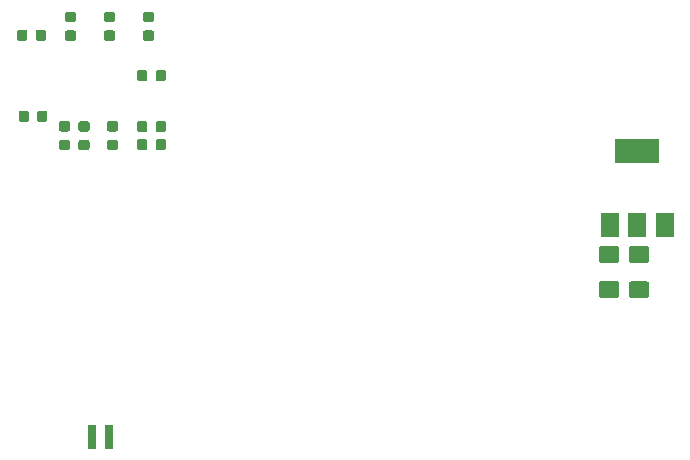
<source format=gbr>
G04 #@! TF.GenerationSoftware,KiCad,Pcbnew,(5.1.2-1)-1*
G04 #@! TF.CreationDate,2020-07-08T23:16:20+01:00*
G04 #@! TF.ProjectId,tranZPUter-SW,7472616e-5a50-4557-9465-722d53572e6b,rev?*
G04 #@! TF.SameCoordinates,Original*
G04 #@! TF.FileFunction,Paste,Bot*
G04 #@! TF.FilePolarity,Positive*
%FSLAX46Y46*%
G04 Gerber Fmt 4.6, Leading zero omitted, Abs format (unit mm)*
G04 Created by KiCad (PCBNEW (5.1.2-1)-1) date 2020-07-08 23:16:20*
%MOMM*%
%LPD*%
G04 APERTURE LIST*
%ADD10R,1.500000X2.000000*%
%ADD11R,3.800000X2.000000*%
%ADD12C,0.100000*%
%ADD13C,1.425000*%
%ADD14C,0.875000*%
%ADD15R,0.800000X2.000000*%
G04 APERTURE END LIST*
D10*
X189879000Y-117069000D03*
X185279000Y-117069000D03*
X187579000Y-117069000D03*
D11*
X187579000Y-110769000D03*
D12*
G36*
X188355504Y-121807204D02*
G01*
X188379773Y-121810804D01*
X188403571Y-121816765D01*
X188426671Y-121825030D01*
X188448849Y-121835520D01*
X188469893Y-121848133D01*
X188489598Y-121862747D01*
X188507777Y-121879223D01*
X188524253Y-121897402D01*
X188538867Y-121917107D01*
X188551480Y-121938151D01*
X188561970Y-121960329D01*
X188570235Y-121983429D01*
X188576196Y-122007227D01*
X188579796Y-122031496D01*
X188581000Y-122056000D01*
X188581000Y-122981000D01*
X188579796Y-123005504D01*
X188576196Y-123029773D01*
X188570235Y-123053571D01*
X188561970Y-123076671D01*
X188551480Y-123098849D01*
X188538867Y-123119893D01*
X188524253Y-123139598D01*
X188507777Y-123157777D01*
X188489598Y-123174253D01*
X188469893Y-123188867D01*
X188448849Y-123201480D01*
X188426671Y-123211970D01*
X188403571Y-123220235D01*
X188379773Y-123226196D01*
X188355504Y-123229796D01*
X188331000Y-123231000D01*
X187081000Y-123231000D01*
X187056496Y-123229796D01*
X187032227Y-123226196D01*
X187008429Y-123220235D01*
X186985329Y-123211970D01*
X186963151Y-123201480D01*
X186942107Y-123188867D01*
X186922402Y-123174253D01*
X186904223Y-123157777D01*
X186887747Y-123139598D01*
X186873133Y-123119893D01*
X186860520Y-123098849D01*
X186850030Y-123076671D01*
X186841765Y-123053571D01*
X186835804Y-123029773D01*
X186832204Y-123005504D01*
X186831000Y-122981000D01*
X186831000Y-122056000D01*
X186832204Y-122031496D01*
X186835804Y-122007227D01*
X186841765Y-121983429D01*
X186850030Y-121960329D01*
X186860520Y-121938151D01*
X186873133Y-121917107D01*
X186887747Y-121897402D01*
X186904223Y-121879223D01*
X186922402Y-121862747D01*
X186942107Y-121848133D01*
X186963151Y-121835520D01*
X186985329Y-121825030D01*
X187008429Y-121816765D01*
X187032227Y-121810804D01*
X187056496Y-121807204D01*
X187081000Y-121806000D01*
X188331000Y-121806000D01*
X188355504Y-121807204D01*
X188355504Y-121807204D01*
G37*
D13*
X187706000Y-122518500D03*
D12*
G36*
X188355504Y-118832204D02*
G01*
X188379773Y-118835804D01*
X188403571Y-118841765D01*
X188426671Y-118850030D01*
X188448849Y-118860520D01*
X188469893Y-118873133D01*
X188489598Y-118887747D01*
X188507777Y-118904223D01*
X188524253Y-118922402D01*
X188538867Y-118942107D01*
X188551480Y-118963151D01*
X188561970Y-118985329D01*
X188570235Y-119008429D01*
X188576196Y-119032227D01*
X188579796Y-119056496D01*
X188581000Y-119081000D01*
X188581000Y-120006000D01*
X188579796Y-120030504D01*
X188576196Y-120054773D01*
X188570235Y-120078571D01*
X188561970Y-120101671D01*
X188551480Y-120123849D01*
X188538867Y-120144893D01*
X188524253Y-120164598D01*
X188507777Y-120182777D01*
X188489598Y-120199253D01*
X188469893Y-120213867D01*
X188448849Y-120226480D01*
X188426671Y-120236970D01*
X188403571Y-120245235D01*
X188379773Y-120251196D01*
X188355504Y-120254796D01*
X188331000Y-120256000D01*
X187081000Y-120256000D01*
X187056496Y-120254796D01*
X187032227Y-120251196D01*
X187008429Y-120245235D01*
X186985329Y-120236970D01*
X186963151Y-120226480D01*
X186942107Y-120213867D01*
X186922402Y-120199253D01*
X186904223Y-120182777D01*
X186887747Y-120164598D01*
X186873133Y-120144893D01*
X186860520Y-120123849D01*
X186850030Y-120101671D01*
X186841765Y-120078571D01*
X186835804Y-120054773D01*
X186832204Y-120030504D01*
X186831000Y-120006000D01*
X186831000Y-119081000D01*
X186832204Y-119056496D01*
X186835804Y-119032227D01*
X186841765Y-119008429D01*
X186850030Y-118985329D01*
X186860520Y-118963151D01*
X186873133Y-118942107D01*
X186887747Y-118922402D01*
X186904223Y-118904223D01*
X186922402Y-118887747D01*
X186942107Y-118873133D01*
X186963151Y-118860520D01*
X186985329Y-118850030D01*
X187008429Y-118841765D01*
X187032227Y-118835804D01*
X187056496Y-118832204D01*
X187081000Y-118831000D01*
X188331000Y-118831000D01*
X188355504Y-118832204D01*
X188355504Y-118832204D01*
G37*
D13*
X187706000Y-119543500D03*
D12*
G36*
X185815504Y-121770204D02*
G01*
X185839773Y-121773804D01*
X185863571Y-121779765D01*
X185886671Y-121788030D01*
X185908849Y-121798520D01*
X185929893Y-121811133D01*
X185949598Y-121825747D01*
X185967777Y-121842223D01*
X185984253Y-121860402D01*
X185998867Y-121880107D01*
X186011480Y-121901151D01*
X186021970Y-121923329D01*
X186030235Y-121946429D01*
X186036196Y-121970227D01*
X186039796Y-121994496D01*
X186041000Y-122019000D01*
X186041000Y-122944000D01*
X186039796Y-122968504D01*
X186036196Y-122992773D01*
X186030235Y-123016571D01*
X186021970Y-123039671D01*
X186011480Y-123061849D01*
X185998867Y-123082893D01*
X185984253Y-123102598D01*
X185967777Y-123120777D01*
X185949598Y-123137253D01*
X185929893Y-123151867D01*
X185908849Y-123164480D01*
X185886671Y-123174970D01*
X185863571Y-123183235D01*
X185839773Y-123189196D01*
X185815504Y-123192796D01*
X185791000Y-123194000D01*
X184541000Y-123194000D01*
X184516496Y-123192796D01*
X184492227Y-123189196D01*
X184468429Y-123183235D01*
X184445329Y-123174970D01*
X184423151Y-123164480D01*
X184402107Y-123151867D01*
X184382402Y-123137253D01*
X184364223Y-123120777D01*
X184347747Y-123102598D01*
X184333133Y-123082893D01*
X184320520Y-123061849D01*
X184310030Y-123039671D01*
X184301765Y-123016571D01*
X184295804Y-122992773D01*
X184292204Y-122968504D01*
X184291000Y-122944000D01*
X184291000Y-122019000D01*
X184292204Y-121994496D01*
X184295804Y-121970227D01*
X184301765Y-121946429D01*
X184310030Y-121923329D01*
X184320520Y-121901151D01*
X184333133Y-121880107D01*
X184347747Y-121860402D01*
X184364223Y-121842223D01*
X184382402Y-121825747D01*
X184402107Y-121811133D01*
X184423151Y-121798520D01*
X184445329Y-121788030D01*
X184468429Y-121779765D01*
X184492227Y-121773804D01*
X184516496Y-121770204D01*
X184541000Y-121769000D01*
X185791000Y-121769000D01*
X185815504Y-121770204D01*
X185815504Y-121770204D01*
G37*
D13*
X185166000Y-122481500D03*
D12*
G36*
X185815504Y-118795204D02*
G01*
X185839773Y-118798804D01*
X185863571Y-118804765D01*
X185886671Y-118813030D01*
X185908849Y-118823520D01*
X185929893Y-118836133D01*
X185949598Y-118850747D01*
X185967777Y-118867223D01*
X185984253Y-118885402D01*
X185998867Y-118905107D01*
X186011480Y-118926151D01*
X186021970Y-118948329D01*
X186030235Y-118971429D01*
X186036196Y-118995227D01*
X186039796Y-119019496D01*
X186041000Y-119044000D01*
X186041000Y-119969000D01*
X186039796Y-119993504D01*
X186036196Y-120017773D01*
X186030235Y-120041571D01*
X186021970Y-120064671D01*
X186011480Y-120086849D01*
X185998867Y-120107893D01*
X185984253Y-120127598D01*
X185967777Y-120145777D01*
X185949598Y-120162253D01*
X185929893Y-120176867D01*
X185908849Y-120189480D01*
X185886671Y-120199970D01*
X185863571Y-120208235D01*
X185839773Y-120214196D01*
X185815504Y-120217796D01*
X185791000Y-120219000D01*
X184541000Y-120219000D01*
X184516496Y-120217796D01*
X184492227Y-120214196D01*
X184468429Y-120208235D01*
X184445329Y-120199970D01*
X184423151Y-120189480D01*
X184402107Y-120176867D01*
X184382402Y-120162253D01*
X184364223Y-120145777D01*
X184347747Y-120127598D01*
X184333133Y-120107893D01*
X184320520Y-120086849D01*
X184310030Y-120064671D01*
X184301765Y-120041571D01*
X184295804Y-120017773D01*
X184292204Y-119993504D01*
X184291000Y-119969000D01*
X184291000Y-119044000D01*
X184292204Y-119019496D01*
X184295804Y-118995227D01*
X184301765Y-118971429D01*
X184310030Y-118948329D01*
X184320520Y-118926151D01*
X184333133Y-118905107D01*
X184347747Y-118885402D01*
X184364223Y-118867223D01*
X184382402Y-118850747D01*
X184402107Y-118836133D01*
X184423151Y-118823520D01*
X184445329Y-118813030D01*
X184468429Y-118804765D01*
X184492227Y-118798804D01*
X184516496Y-118795204D01*
X184541000Y-118794000D01*
X185791000Y-118794000D01*
X185815504Y-118795204D01*
X185815504Y-118795204D01*
G37*
D13*
X185166000Y-119506500D03*
D12*
G36*
X137298691Y-100491053D02*
G01*
X137319926Y-100494203D01*
X137340750Y-100499419D01*
X137360962Y-100506651D01*
X137380368Y-100515830D01*
X137398781Y-100526866D01*
X137416024Y-100539654D01*
X137431930Y-100554070D01*
X137446346Y-100569976D01*
X137459134Y-100587219D01*
X137470170Y-100605632D01*
X137479349Y-100625038D01*
X137486581Y-100645250D01*
X137491797Y-100666074D01*
X137494947Y-100687309D01*
X137496000Y-100708750D01*
X137496000Y-101221250D01*
X137494947Y-101242691D01*
X137491797Y-101263926D01*
X137486581Y-101284750D01*
X137479349Y-101304962D01*
X137470170Y-101324368D01*
X137459134Y-101342781D01*
X137446346Y-101360024D01*
X137431930Y-101375930D01*
X137416024Y-101390346D01*
X137398781Y-101403134D01*
X137380368Y-101414170D01*
X137360962Y-101423349D01*
X137340750Y-101430581D01*
X137319926Y-101435797D01*
X137298691Y-101438947D01*
X137277250Y-101440000D01*
X136839750Y-101440000D01*
X136818309Y-101438947D01*
X136797074Y-101435797D01*
X136776250Y-101430581D01*
X136756038Y-101423349D01*
X136736632Y-101414170D01*
X136718219Y-101403134D01*
X136700976Y-101390346D01*
X136685070Y-101375930D01*
X136670654Y-101360024D01*
X136657866Y-101342781D01*
X136646830Y-101324368D01*
X136637651Y-101304962D01*
X136630419Y-101284750D01*
X136625203Y-101263926D01*
X136622053Y-101242691D01*
X136621000Y-101221250D01*
X136621000Y-100708750D01*
X136622053Y-100687309D01*
X136625203Y-100666074D01*
X136630419Y-100645250D01*
X136637651Y-100625038D01*
X136646830Y-100605632D01*
X136657866Y-100587219D01*
X136670654Y-100569976D01*
X136685070Y-100554070D01*
X136700976Y-100539654D01*
X136718219Y-100526866D01*
X136736632Y-100515830D01*
X136756038Y-100506651D01*
X136776250Y-100499419D01*
X136797074Y-100494203D01*
X136818309Y-100491053D01*
X136839750Y-100490000D01*
X137277250Y-100490000D01*
X137298691Y-100491053D01*
X137298691Y-100491053D01*
G37*
D14*
X137058500Y-100965000D03*
D12*
G36*
X135723691Y-100491053D02*
G01*
X135744926Y-100494203D01*
X135765750Y-100499419D01*
X135785962Y-100506651D01*
X135805368Y-100515830D01*
X135823781Y-100526866D01*
X135841024Y-100539654D01*
X135856930Y-100554070D01*
X135871346Y-100569976D01*
X135884134Y-100587219D01*
X135895170Y-100605632D01*
X135904349Y-100625038D01*
X135911581Y-100645250D01*
X135916797Y-100666074D01*
X135919947Y-100687309D01*
X135921000Y-100708750D01*
X135921000Y-101221250D01*
X135919947Y-101242691D01*
X135916797Y-101263926D01*
X135911581Y-101284750D01*
X135904349Y-101304962D01*
X135895170Y-101324368D01*
X135884134Y-101342781D01*
X135871346Y-101360024D01*
X135856930Y-101375930D01*
X135841024Y-101390346D01*
X135823781Y-101403134D01*
X135805368Y-101414170D01*
X135785962Y-101423349D01*
X135765750Y-101430581D01*
X135744926Y-101435797D01*
X135723691Y-101438947D01*
X135702250Y-101440000D01*
X135264750Y-101440000D01*
X135243309Y-101438947D01*
X135222074Y-101435797D01*
X135201250Y-101430581D01*
X135181038Y-101423349D01*
X135161632Y-101414170D01*
X135143219Y-101403134D01*
X135125976Y-101390346D01*
X135110070Y-101375930D01*
X135095654Y-101360024D01*
X135082866Y-101342781D01*
X135071830Y-101324368D01*
X135062651Y-101304962D01*
X135055419Y-101284750D01*
X135050203Y-101263926D01*
X135047053Y-101242691D01*
X135046000Y-101221250D01*
X135046000Y-100708750D01*
X135047053Y-100687309D01*
X135050203Y-100666074D01*
X135055419Y-100645250D01*
X135062651Y-100625038D01*
X135071830Y-100605632D01*
X135082866Y-100587219D01*
X135095654Y-100569976D01*
X135110070Y-100554070D01*
X135125976Y-100539654D01*
X135143219Y-100526866D01*
X135161632Y-100515830D01*
X135181038Y-100506651D01*
X135201250Y-100499419D01*
X135222074Y-100494203D01*
X135243309Y-100491053D01*
X135264750Y-100490000D01*
X135702250Y-100490000D01*
X135723691Y-100491053D01*
X135723691Y-100491053D01*
G37*
D14*
X135483500Y-100965000D03*
D12*
G36*
X145883691Y-108238053D02*
G01*
X145904926Y-108241203D01*
X145925750Y-108246419D01*
X145945962Y-108253651D01*
X145965368Y-108262830D01*
X145983781Y-108273866D01*
X146001024Y-108286654D01*
X146016930Y-108301070D01*
X146031346Y-108316976D01*
X146044134Y-108334219D01*
X146055170Y-108352632D01*
X146064349Y-108372038D01*
X146071581Y-108392250D01*
X146076797Y-108413074D01*
X146079947Y-108434309D01*
X146081000Y-108455750D01*
X146081000Y-108968250D01*
X146079947Y-108989691D01*
X146076797Y-109010926D01*
X146071581Y-109031750D01*
X146064349Y-109051962D01*
X146055170Y-109071368D01*
X146044134Y-109089781D01*
X146031346Y-109107024D01*
X146016930Y-109122930D01*
X146001024Y-109137346D01*
X145983781Y-109150134D01*
X145965368Y-109161170D01*
X145945962Y-109170349D01*
X145925750Y-109177581D01*
X145904926Y-109182797D01*
X145883691Y-109185947D01*
X145862250Y-109187000D01*
X145424750Y-109187000D01*
X145403309Y-109185947D01*
X145382074Y-109182797D01*
X145361250Y-109177581D01*
X145341038Y-109170349D01*
X145321632Y-109161170D01*
X145303219Y-109150134D01*
X145285976Y-109137346D01*
X145270070Y-109122930D01*
X145255654Y-109107024D01*
X145242866Y-109089781D01*
X145231830Y-109071368D01*
X145222651Y-109051962D01*
X145215419Y-109031750D01*
X145210203Y-109010926D01*
X145207053Y-108989691D01*
X145206000Y-108968250D01*
X145206000Y-108455750D01*
X145207053Y-108434309D01*
X145210203Y-108413074D01*
X145215419Y-108392250D01*
X145222651Y-108372038D01*
X145231830Y-108352632D01*
X145242866Y-108334219D01*
X145255654Y-108316976D01*
X145270070Y-108301070D01*
X145285976Y-108286654D01*
X145303219Y-108273866D01*
X145321632Y-108262830D01*
X145341038Y-108253651D01*
X145361250Y-108246419D01*
X145382074Y-108241203D01*
X145403309Y-108238053D01*
X145424750Y-108237000D01*
X145862250Y-108237000D01*
X145883691Y-108238053D01*
X145883691Y-108238053D01*
G37*
D14*
X145643500Y-108712000D03*
D12*
G36*
X147458691Y-108238053D02*
G01*
X147479926Y-108241203D01*
X147500750Y-108246419D01*
X147520962Y-108253651D01*
X147540368Y-108262830D01*
X147558781Y-108273866D01*
X147576024Y-108286654D01*
X147591930Y-108301070D01*
X147606346Y-108316976D01*
X147619134Y-108334219D01*
X147630170Y-108352632D01*
X147639349Y-108372038D01*
X147646581Y-108392250D01*
X147651797Y-108413074D01*
X147654947Y-108434309D01*
X147656000Y-108455750D01*
X147656000Y-108968250D01*
X147654947Y-108989691D01*
X147651797Y-109010926D01*
X147646581Y-109031750D01*
X147639349Y-109051962D01*
X147630170Y-109071368D01*
X147619134Y-109089781D01*
X147606346Y-109107024D01*
X147591930Y-109122930D01*
X147576024Y-109137346D01*
X147558781Y-109150134D01*
X147540368Y-109161170D01*
X147520962Y-109170349D01*
X147500750Y-109177581D01*
X147479926Y-109182797D01*
X147458691Y-109185947D01*
X147437250Y-109187000D01*
X146999750Y-109187000D01*
X146978309Y-109185947D01*
X146957074Y-109182797D01*
X146936250Y-109177581D01*
X146916038Y-109170349D01*
X146896632Y-109161170D01*
X146878219Y-109150134D01*
X146860976Y-109137346D01*
X146845070Y-109122930D01*
X146830654Y-109107024D01*
X146817866Y-109089781D01*
X146806830Y-109071368D01*
X146797651Y-109051962D01*
X146790419Y-109031750D01*
X146785203Y-109010926D01*
X146782053Y-108989691D01*
X146781000Y-108968250D01*
X146781000Y-108455750D01*
X146782053Y-108434309D01*
X146785203Y-108413074D01*
X146790419Y-108392250D01*
X146797651Y-108372038D01*
X146806830Y-108352632D01*
X146817866Y-108334219D01*
X146830654Y-108316976D01*
X146845070Y-108301070D01*
X146860976Y-108286654D01*
X146878219Y-108273866D01*
X146896632Y-108262830D01*
X146916038Y-108253651D01*
X146936250Y-108246419D01*
X146957074Y-108241203D01*
X146978309Y-108238053D01*
X146999750Y-108237000D01*
X147437250Y-108237000D01*
X147458691Y-108238053D01*
X147458691Y-108238053D01*
G37*
D14*
X147218500Y-108712000D03*
D12*
G36*
X139850691Y-100554053D02*
G01*
X139871926Y-100557203D01*
X139892750Y-100562419D01*
X139912962Y-100569651D01*
X139932368Y-100578830D01*
X139950781Y-100589866D01*
X139968024Y-100602654D01*
X139983930Y-100617070D01*
X139998346Y-100632976D01*
X140011134Y-100650219D01*
X140022170Y-100668632D01*
X140031349Y-100688038D01*
X140038581Y-100708250D01*
X140043797Y-100729074D01*
X140046947Y-100750309D01*
X140048000Y-100771750D01*
X140048000Y-101209250D01*
X140046947Y-101230691D01*
X140043797Y-101251926D01*
X140038581Y-101272750D01*
X140031349Y-101292962D01*
X140022170Y-101312368D01*
X140011134Y-101330781D01*
X139998346Y-101348024D01*
X139983930Y-101363930D01*
X139968024Y-101378346D01*
X139950781Y-101391134D01*
X139932368Y-101402170D01*
X139912962Y-101411349D01*
X139892750Y-101418581D01*
X139871926Y-101423797D01*
X139850691Y-101426947D01*
X139829250Y-101428000D01*
X139316750Y-101428000D01*
X139295309Y-101426947D01*
X139274074Y-101423797D01*
X139253250Y-101418581D01*
X139233038Y-101411349D01*
X139213632Y-101402170D01*
X139195219Y-101391134D01*
X139177976Y-101378346D01*
X139162070Y-101363930D01*
X139147654Y-101348024D01*
X139134866Y-101330781D01*
X139123830Y-101312368D01*
X139114651Y-101292962D01*
X139107419Y-101272750D01*
X139102203Y-101251926D01*
X139099053Y-101230691D01*
X139098000Y-101209250D01*
X139098000Y-100771750D01*
X139099053Y-100750309D01*
X139102203Y-100729074D01*
X139107419Y-100708250D01*
X139114651Y-100688038D01*
X139123830Y-100668632D01*
X139134866Y-100650219D01*
X139147654Y-100632976D01*
X139162070Y-100617070D01*
X139177976Y-100602654D01*
X139195219Y-100589866D01*
X139213632Y-100578830D01*
X139233038Y-100569651D01*
X139253250Y-100562419D01*
X139274074Y-100557203D01*
X139295309Y-100554053D01*
X139316750Y-100553000D01*
X139829250Y-100553000D01*
X139850691Y-100554053D01*
X139850691Y-100554053D01*
G37*
D14*
X139573000Y-100990500D03*
D12*
G36*
X139850691Y-98979053D02*
G01*
X139871926Y-98982203D01*
X139892750Y-98987419D01*
X139912962Y-98994651D01*
X139932368Y-99003830D01*
X139950781Y-99014866D01*
X139968024Y-99027654D01*
X139983930Y-99042070D01*
X139998346Y-99057976D01*
X140011134Y-99075219D01*
X140022170Y-99093632D01*
X140031349Y-99113038D01*
X140038581Y-99133250D01*
X140043797Y-99154074D01*
X140046947Y-99175309D01*
X140048000Y-99196750D01*
X140048000Y-99634250D01*
X140046947Y-99655691D01*
X140043797Y-99676926D01*
X140038581Y-99697750D01*
X140031349Y-99717962D01*
X140022170Y-99737368D01*
X140011134Y-99755781D01*
X139998346Y-99773024D01*
X139983930Y-99788930D01*
X139968024Y-99803346D01*
X139950781Y-99816134D01*
X139932368Y-99827170D01*
X139912962Y-99836349D01*
X139892750Y-99843581D01*
X139871926Y-99848797D01*
X139850691Y-99851947D01*
X139829250Y-99853000D01*
X139316750Y-99853000D01*
X139295309Y-99851947D01*
X139274074Y-99848797D01*
X139253250Y-99843581D01*
X139233038Y-99836349D01*
X139213632Y-99827170D01*
X139195219Y-99816134D01*
X139177976Y-99803346D01*
X139162070Y-99788930D01*
X139147654Y-99773024D01*
X139134866Y-99755781D01*
X139123830Y-99737368D01*
X139114651Y-99717962D01*
X139107419Y-99697750D01*
X139102203Y-99676926D01*
X139099053Y-99655691D01*
X139098000Y-99634250D01*
X139098000Y-99196750D01*
X139099053Y-99175309D01*
X139102203Y-99154074D01*
X139107419Y-99133250D01*
X139114651Y-99113038D01*
X139123830Y-99093632D01*
X139134866Y-99075219D01*
X139147654Y-99057976D01*
X139162070Y-99042070D01*
X139177976Y-99027654D01*
X139195219Y-99014866D01*
X139213632Y-99003830D01*
X139233038Y-98994651D01*
X139253250Y-98987419D01*
X139274074Y-98982203D01*
X139295309Y-98979053D01*
X139316750Y-98978000D01*
X139829250Y-98978000D01*
X139850691Y-98979053D01*
X139850691Y-98979053D01*
G37*
D14*
X139573000Y-99415500D03*
D12*
G36*
X145883691Y-109762053D02*
G01*
X145904926Y-109765203D01*
X145925750Y-109770419D01*
X145945962Y-109777651D01*
X145965368Y-109786830D01*
X145983781Y-109797866D01*
X146001024Y-109810654D01*
X146016930Y-109825070D01*
X146031346Y-109840976D01*
X146044134Y-109858219D01*
X146055170Y-109876632D01*
X146064349Y-109896038D01*
X146071581Y-109916250D01*
X146076797Y-109937074D01*
X146079947Y-109958309D01*
X146081000Y-109979750D01*
X146081000Y-110492250D01*
X146079947Y-110513691D01*
X146076797Y-110534926D01*
X146071581Y-110555750D01*
X146064349Y-110575962D01*
X146055170Y-110595368D01*
X146044134Y-110613781D01*
X146031346Y-110631024D01*
X146016930Y-110646930D01*
X146001024Y-110661346D01*
X145983781Y-110674134D01*
X145965368Y-110685170D01*
X145945962Y-110694349D01*
X145925750Y-110701581D01*
X145904926Y-110706797D01*
X145883691Y-110709947D01*
X145862250Y-110711000D01*
X145424750Y-110711000D01*
X145403309Y-110709947D01*
X145382074Y-110706797D01*
X145361250Y-110701581D01*
X145341038Y-110694349D01*
X145321632Y-110685170D01*
X145303219Y-110674134D01*
X145285976Y-110661346D01*
X145270070Y-110646930D01*
X145255654Y-110631024D01*
X145242866Y-110613781D01*
X145231830Y-110595368D01*
X145222651Y-110575962D01*
X145215419Y-110555750D01*
X145210203Y-110534926D01*
X145207053Y-110513691D01*
X145206000Y-110492250D01*
X145206000Y-109979750D01*
X145207053Y-109958309D01*
X145210203Y-109937074D01*
X145215419Y-109916250D01*
X145222651Y-109896038D01*
X145231830Y-109876632D01*
X145242866Y-109858219D01*
X145255654Y-109840976D01*
X145270070Y-109825070D01*
X145285976Y-109810654D01*
X145303219Y-109797866D01*
X145321632Y-109786830D01*
X145341038Y-109777651D01*
X145361250Y-109770419D01*
X145382074Y-109765203D01*
X145403309Y-109762053D01*
X145424750Y-109761000D01*
X145862250Y-109761000D01*
X145883691Y-109762053D01*
X145883691Y-109762053D01*
G37*
D14*
X145643500Y-110236000D03*
D12*
G36*
X147458691Y-109762053D02*
G01*
X147479926Y-109765203D01*
X147500750Y-109770419D01*
X147520962Y-109777651D01*
X147540368Y-109786830D01*
X147558781Y-109797866D01*
X147576024Y-109810654D01*
X147591930Y-109825070D01*
X147606346Y-109840976D01*
X147619134Y-109858219D01*
X147630170Y-109876632D01*
X147639349Y-109896038D01*
X147646581Y-109916250D01*
X147651797Y-109937074D01*
X147654947Y-109958309D01*
X147656000Y-109979750D01*
X147656000Y-110492250D01*
X147654947Y-110513691D01*
X147651797Y-110534926D01*
X147646581Y-110555750D01*
X147639349Y-110575962D01*
X147630170Y-110595368D01*
X147619134Y-110613781D01*
X147606346Y-110631024D01*
X147591930Y-110646930D01*
X147576024Y-110661346D01*
X147558781Y-110674134D01*
X147540368Y-110685170D01*
X147520962Y-110694349D01*
X147500750Y-110701581D01*
X147479926Y-110706797D01*
X147458691Y-110709947D01*
X147437250Y-110711000D01*
X146999750Y-110711000D01*
X146978309Y-110709947D01*
X146957074Y-110706797D01*
X146936250Y-110701581D01*
X146916038Y-110694349D01*
X146896632Y-110685170D01*
X146878219Y-110674134D01*
X146860976Y-110661346D01*
X146845070Y-110646930D01*
X146830654Y-110631024D01*
X146817866Y-110613781D01*
X146806830Y-110595368D01*
X146797651Y-110575962D01*
X146790419Y-110555750D01*
X146785203Y-110534926D01*
X146782053Y-110513691D01*
X146781000Y-110492250D01*
X146781000Y-109979750D01*
X146782053Y-109958309D01*
X146785203Y-109937074D01*
X146790419Y-109916250D01*
X146797651Y-109896038D01*
X146806830Y-109876632D01*
X146817866Y-109858219D01*
X146830654Y-109840976D01*
X146845070Y-109825070D01*
X146860976Y-109810654D01*
X146878219Y-109797866D01*
X146896632Y-109786830D01*
X146916038Y-109777651D01*
X146936250Y-109770419D01*
X146957074Y-109765203D01*
X146978309Y-109762053D01*
X146999750Y-109761000D01*
X147437250Y-109761000D01*
X147458691Y-109762053D01*
X147458691Y-109762053D01*
G37*
D14*
X147218500Y-110236000D03*
D12*
G36*
X145883691Y-103920053D02*
G01*
X145904926Y-103923203D01*
X145925750Y-103928419D01*
X145945962Y-103935651D01*
X145965368Y-103944830D01*
X145983781Y-103955866D01*
X146001024Y-103968654D01*
X146016930Y-103983070D01*
X146031346Y-103998976D01*
X146044134Y-104016219D01*
X146055170Y-104034632D01*
X146064349Y-104054038D01*
X146071581Y-104074250D01*
X146076797Y-104095074D01*
X146079947Y-104116309D01*
X146081000Y-104137750D01*
X146081000Y-104650250D01*
X146079947Y-104671691D01*
X146076797Y-104692926D01*
X146071581Y-104713750D01*
X146064349Y-104733962D01*
X146055170Y-104753368D01*
X146044134Y-104771781D01*
X146031346Y-104789024D01*
X146016930Y-104804930D01*
X146001024Y-104819346D01*
X145983781Y-104832134D01*
X145965368Y-104843170D01*
X145945962Y-104852349D01*
X145925750Y-104859581D01*
X145904926Y-104864797D01*
X145883691Y-104867947D01*
X145862250Y-104869000D01*
X145424750Y-104869000D01*
X145403309Y-104867947D01*
X145382074Y-104864797D01*
X145361250Y-104859581D01*
X145341038Y-104852349D01*
X145321632Y-104843170D01*
X145303219Y-104832134D01*
X145285976Y-104819346D01*
X145270070Y-104804930D01*
X145255654Y-104789024D01*
X145242866Y-104771781D01*
X145231830Y-104753368D01*
X145222651Y-104733962D01*
X145215419Y-104713750D01*
X145210203Y-104692926D01*
X145207053Y-104671691D01*
X145206000Y-104650250D01*
X145206000Y-104137750D01*
X145207053Y-104116309D01*
X145210203Y-104095074D01*
X145215419Y-104074250D01*
X145222651Y-104054038D01*
X145231830Y-104034632D01*
X145242866Y-104016219D01*
X145255654Y-103998976D01*
X145270070Y-103983070D01*
X145285976Y-103968654D01*
X145303219Y-103955866D01*
X145321632Y-103944830D01*
X145341038Y-103935651D01*
X145361250Y-103928419D01*
X145382074Y-103923203D01*
X145403309Y-103920053D01*
X145424750Y-103919000D01*
X145862250Y-103919000D01*
X145883691Y-103920053D01*
X145883691Y-103920053D01*
G37*
D14*
X145643500Y-104394000D03*
D12*
G36*
X147458691Y-103920053D02*
G01*
X147479926Y-103923203D01*
X147500750Y-103928419D01*
X147520962Y-103935651D01*
X147540368Y-103944830D01*
X147558781Y-103955866D01*
X147576024Y-103968654D01*
X147591930Y-103983070D01*
X147606346Y-103998976D01*
X147619134Y-104016219D01*
X147630170Y-104034632D01*
X147639349Y-104054038D01*
X147646581Y-104074250D01*
X147651797Y-104095074D01*
X147654947Y-104116309D01*
X147656000Y-104137750D01*
X147656000Y-104650250D01*
X147654947Y-104671691D01*
X147651797Y-104692926D01*
X147646581Y-104713750D01*
X147639349Y-104733962D01*
X147630170Y-104753368D01*
X147619134Y-104771781D01*
X147606346Y-104789024D01*
X147591930Y-104804930D01*
X147576024Y-104819346D01*
X147558781Y-104832134D01*
X147540368Y-104843170D01*
X147520962Y-104852349D01*
X147500750Y-104859581D01*
X147479926Y-104864797D01*
X147458691Y-104867947D01*
X147437250Y-104869000D01*
X146999750Y-104869000D01*
X146978309Y-104867947D01*
X146957074Y-104864797D01*
X146936250Y-104859581D01*
X146916038Y-104852349D01*
X146896632Y-104843170D01*
X146878219Y-104832134D01*
X146860976Y-104819346D01*
X146845070Y-104804930D01*
X146830654Y-104789024D01*
X146817866Y-104771781D01*
X146806830Y-104753368D01*
X146797651Y-104733962D01*
X146790419Y-104713750D01*
X146785203Y-104692926D01*
X146782053Y-104671691D01*
X146781000Y-104650250D01*
X146781000Y-104137750D01*
X146782053Y-104116309D01*
X146785203Y-104095074D01*
X146790419Y-104074250D01*
X146797651Y-104054038D01*
X146806830Y-104034632D01*
X146817866Y-104016219D01*
X146830654Y-103998976D01*
X146845070Y-103983070D01*
X146860976Y-103968654D01*
X146878219Y-103955866D01*
X146896632Y-103944830D01*
X146916038Y-103935651D01*
X146936250Y-103928419D01*
X146957074Y-103923203D01*
X146978309Y-103920053D01*
X146999750Y-103919000D01*
X147437250Y-103919000D01*
X147458691Y-103920053D01*
X147458691Y-103920053D01*
G37*
D14*
X147218500Y-104394000D03*
D12*
G36*
X146454691Y-100554053D02*
G01*
X146475926Y-100557203D01*
X146496750Y-100562419D01*
X146516962Y-100569651D01*
X146536368Y-100578830D01*
X146554781Y-100589866D01*
X146572024Y-100602654D01*
X146587930Y-100617070D01*
X146602346Y-100632976D01*
X146615134Y-100650219D01*
X146626170Y-100668632D01*
X146635349Y-100688038D01*
X146642581Y-100708250D01*
X146647797Y-100729074D01*
X146650947Y-100750309D01*
X146652000Y-100771750D01*
X146652000Y-101209250D01*
X146650947Y-101230691D01*
X146647797Y-101251926D01*
X146642581Y-101272750D01*
X146635349Y-101292962D01*
X146626170Y-101312368D01*
X146615134Y-101330781D01*
X146602346Y-101348024D01*
X146587930Y-101363930D01*
X146572024Y-101378346D01*
X146554781Y-101391134D01*
X146536368Y-101402170D01*
X146516962Y-101411349D01*
X146496750Y-101418581D01*
X146475926Y-101423797D01*
X146454691Y-101426947D01*
X146433250Y-101428000D01*
X145920750Y-101428000D01*
X145899309Y-101426947D01*
X145878074Y-101423797D01*
X145857250Y-101418581D01*
X145837038Y-101411349D01*
X145817632Y-101402170D01*
X145799219Y-101391134D01*
X145781976Y-101378346D01*
X145766070Y-101363930D01*
X145751654Y-101348024D01*
X145738866Y-101330781D01*
X145727830Y-101312368D01*
X145718651Y-101292962D01*
X145711419Y-101272750D01*
X145706203Y-101251926D01*
X145703053Y-101230691D01*
X145702000Y-101209250D01*
X145702000Y-100771750D01*
X145703053Y-100750309D01*
X145706203Y-100729074D01*
X145711419Y-100708250D01*
X145718651Y-100688038D01*
X145727830Y-100668632D01*
X145738866Y-100650219D01*
X145751654Y-100632976D01*
X145766070Y-100617070D01*
X145781976Y-100602654D01*
X145799219Y-100589866D01*
X145817632Y-100578830D01*
X145837038Y-100569651D01*
X145857250Y-100562419D01*
X145878074Y-100557203D01*
X145899309Y-100554053D01*
X145920750Y-100553000D01*
X146433250Y-100553000D01*
X146454691Y-100554053D01*
X146454691Y-100554053D01*
G37*
D14*
X146177000Y-100990500D03*
D12*
G36*
X146454691Y-98979053D02*
G01*
X146475926Y-98982203D01*
X146496750Y-98987419D01*
X146516962Y-98994651D01*
X146536368Y-99003830D01*
X146554781Y-99014866D01*
X146572024Y-99027654D01*
X146587930Y-99042070D01*
X146602346Y-99057976D01*
X146615134Y-99075219D01*
X146626170Y-99093632D01*
X146635349Y-99113038D01*
X146642581Y-99133250D01*
X146647797Y-99154074D01*
X146650947Y-99175309D01*
X146652000Y-99196750D01*
X146652000Y-99634250D01*
X146650947Y-99655691D01*
X146647797Y-99676926D01*
X146642581Y-99697750D01*
X146635349Y-99717962D01*
X146626170Y-99737368D01*
X146615134Y-99755781D01*
X146602346Y-99773024D01*
X146587930Y-99788930D01*
X146572024Y-99803346D01*
X146554781Y-99816134D01*
X146536368Y-99827170D01*
X146516962Y-99836349D01*
X146496750Y-99843581D01*
X146475926Y-99848797D01*
X146454691Y-99851947D01*
X146433250Y-99853000D01*
X145920750Y-99853000D01*
X145899309Y-99851947D01*
X145878074Y-99848797D01*
X145857250Y-99843581D01*
X145837038Y-99836349D01*
X145817632Y-99827170D01*
X145799219Y-99816134D01*
X145781976Y-99803346D01*
X145766070Y-99788930D01*
X145751654Y-99773024D01*
X145738866Y-99755781D01*
X145727830Y-99737368D01*
X145718651Y-99717962D01*
X145711419Y-99697750D01*
X145706203Y-99676926D01*
X145703053Y-99655691D01*
X145702000Y-99634250D01*
X145702000Y-99196750D01*
X145703053Y-99175309D01*
X145706203Y-99154074D01*
X145711419Y-99133250D01*
X145718651Y-99113038D01*
X145727830Y-99093632D01*
X145738866Y-99075219D01*
X145751654Y-99057976D01*
X145766070Y-99042070D01*
X145781976Y-99027654D01*
X145799219Y-99014866D01*
X145817632Y-99003830D01*
X145837038Y-98994651D01*
X145857250Y-98987419D01*
X145878074Y-98982203D01*
X145899309Y-98979053D01*
X145920750Y-98978000D01*
X146433250Y-98978000D01*
X146454691Y-98979053D01*
X146454691Y-98979053D01*
G37*
D14*
X146177000Y-99415500D03*
D12*
G36*
X143152691Y-100554053D02*
G01*
X143173926Y-100557203D01*
X143194750Y-100562419D01*
X143214962Y-100569651D01*
X143234368Y-100578830D01*
X143252781Y-100589866D01*
X143270024Y-100602654D01*
X143285930Y-100617070D01*
X143300346Y-100632976D01*
X143313134Y-100650219D01*
X143324170Y-100668632D01*
X143333349Y-100688038D01*
X143340581Y-100708250D01*
X143345797Y-100729074D01*
X143348947Y-100750309D01*
X143350000Y-100771750D01*
X143350000Y-101209250D01*
X143348947Y-101230691D01*
X143345797Y-101251926D01*
X143340581Y-101272750D01*
X143333349Y-101292962D01*
X143324170Y-101312368D01*
X143313134Y-101330781D01*
X143300346Y-101348024D01*
X143285930Y-101363930D01*
X143270024Y-101378346D01*
X143252781Y-101391134D01*
X143234368Y-101402170D01*
X143214962Y-101411349D01*
X143194750Y-101418581D01*
X143173926Y-101423797D01*
X143152691Y-101426947D01*
X143131250Y-101428000D01*
X142618750Y-101428000D01*
X142597309Y-101426947D01*
X142576074Y-101423797D01*
X142555250Y-101418581D01*
X142535038Y-101411349D01*
X142515632Y-101402170D01*
X142497219Y-101391134D01*
X142479976Y-101378346D01*
X142464070Y-101363930D01*
X142449654Y-101348024D01*
X142436866Y-101330781D01*
X142425830Y-101312368D01*
X142416651Y-101292962D01*
X142409419Y-101272750D01*
X142404203Y-101251926D01*
X142401053Y-101230691D01*
X142400000Y-101209250D01*
X142400000Y-100771750D01*
X142401053Y-100750309D01*
X142404203Y-100729074D01*
X142409419Y-100708250D01*
X142416651Y-100688038D01*
X142425830Y-100668632D01*
X142436866Y-100650219D01*
X142449654Y-100632976D01*
X142464070Y-100617070D01*
X142479976Y-100602654D01*
X142497219Y-100589866D01*
X142515632Y-100578830D01*
X142535038Y-100569651D01*
X142555250Y-100562419D01*
X142576074Y-100557203D01*
X142597309Y-100554053D01*
X142618750Y-100553000D01*
X143131250Y-100553000D01*
X143152691Y-100554053D01*
X143152691Y-100554053D01*
G37*
D14*
X142875000Y-100990500D03*
D12*
G36*
X143152691Y-98979053D02*
G01*
X143173926Y-98982203D01*
X143194750Y-98987419D01*
X143214962Y-98994651D01*
X143234368Y-99003830D01*
X143252781Y-99014866D01*
X143270024Y-99027654D01*
X143285930Y-99042070D01*
X143300346Y-99057976D01*
X143313134Y-99075219D01*
X143324170Y-99093632D01*
X143333349Y-99113038D01*
X143340581Y-99133250D01*
X143345797Y-99154074D01*
X143348947Y-99175309D01*
X143350000Y-99196750D01*
X143350000Y-99634250D01*
X143348947Y-99655691D01*
X143345797Y-99676926D01*
X143340581Y-99697750D01*
X143333349Y-99717962D01*
X143324170Y-99737368D01*
X143313134Y-99755781D01*
X143300346Y-99773024D01*
X143285930Y-99788930D01*
X143270024Y-99803346D01*
X143252781Y-99816134D01*
X143234368Y-99827170D01*
X143214962Y-99836349D01*
X143194750Y-99843581D01*
X143173926Y-99848797D01*
X143152691Y-99851947D01*
X143131250Y-99853000D01*
X142618750Y-99853000D01*
X142597309Y-99851947D01*
X142576074Y-99848797D01*
X142555250Y-99843581D01*
X142535038Y-99836349D01*
X142515632Y-99827170D01*
X142497219Y-99816134D01*
X142479976Y-99803346D01*
X142464070Y-99788930D01*
X142449654Y-99773024D01*
X142436866Y-99755781D01*
X142425830Y-99737368D01*
X142416651Y-99717962D01*
X142409419Y-99697750D01*
X142404203Y-99676926D01*
X142401053Y-99655691D01*
X142400000Y-99634250D01*
X142400000Y-99196750D01*
X142401053Y-99175309D01*
X142404203Y-99154074D01*
X142409419Y-99133250D01*
X142416651Y-99113038D01*
X142425830Y-99093632D01*
X142436866Y-99075219D01*
X142449654Y-99057976D01*
X142464070Y-99042070D01*
X142479976Y-99027654D01*
X142497219Y-99014866D01*
X142515632Y-99003830D01*
X142535038Y-98994651D01*
X142555250Y-98987419D01*
X142576074Y-98982203D01*
X142597309Y-98979053D01*
X142618750Y-98978000D01*
X143131250Y-98978000D01*
X143152691Y-98979053D01*
X143152691Y-98979053D01*
G37*
D14*
X142875000Y-99415500D03*
D12*
G36*
X137425691Y-107349053D02*
G01*
X137446926Y-107352203D01*
X137467750Y-107357419D01*
X137487962Y-107364651D01*
X137507368Y-107373830D01*
X137525781Y-107384866D01*
X137543024Y-107397654D01*
X137558930Y-107412070D01*
X137573346Y-107427976D01*
X137586134Y-107445219D01*
X137597170Y-107463632D01*
X137606349Y-107483038D01*
X137613581Y-107503250D01*
X137618797Y-107524074D01*
X137621947Y-107545309D01*
X137623000Y-107566750D01*
X137623000Y-108079250D01*
X137621947Y-108100691D01*
X137618797Y-108121926D01*
X137613581Y-108142750D01*
X137606349Y-108162962D01*
X137597170Y-108182368D01*
X137586134Y-108200781D01*
X137573346Y-108218024D01*
X137558930Y-108233930D01*
X137543024Y-108248346D01*
X137525781Y-108261134D01*
X137507368Y-108272170D01*
X137487962Y-108281349D01*
X137467750Y-108288581D01*
X137446926Y-108293797D01*
X137425691Y-108296947D01*
X137404250Y-108298000D01*
X136966750Y-108298000D01*
X136945309Y-108296947D01*
X136924074Y-108293797D01*
X136903250Y-108288581D01*
X136883038Y-108281349D01*
X136863632Y-108272170D01*
X136845219Y-108261134D01*
X136827976Y-108248346D01*
X136812070Y-108233930D01*
X136797654Y-108218024D01*
X136784866Y-108200781D01*
X136773830Y-108182368D01*
X136764651Y-108162962D01*
X136757419Y-108142750D01*
X136752203Y-108121926D01*
X136749053Y-108100691D01*
X136748000Y-108079250D01*
X136748000Y-107566750D01*
X136749053Y-107545309D01*
X136752203Y-107524074D01*
X136757419Y-107503250D01*
X136764651Y-107483038D01*
X136773830Y-107463632D01*
X136784866Y-107445219D01*
X136797654Y-107427976D01*
X136812070Y-107412070D01*
X136827976Y-107397654D01*
X136845219Y-107384866D01*
X136863632Y-107373830D01*
X136883038Y-107364651D01*
X136903250Y-107357419D01*
X136924074Y-107352203D01*
X136945309Y-107349053D01*
X136966750Y-107348000D01*
X137404250Y-107348000D01*
X137425691Y-107349053D01*
X137425691Y-107349053D01*
G37*
D14*
X137185500Y-107823000D03*
D12*
G36*
X135850691Y-107349053D02*
G01*
X135871926Y-107352203D01*
X135892750Y-107357419D01*
X135912962Y-107364651D01*
X135932368Y-107373830D01*
X135950781Y-107384866D01*
X135968024Y-107397654D01*
X135983930Y-107412070D01*
X135998346Y-107427976D01*
X136011134Y-107445219D01*
X136022170Y-107463632D01*
X136031349Y-107483038D01*
X136038581Y-107503250D01*
X136043797Y-107524074D01*
X136046947Y-107545309D01*
X136048000Y-107566750D01*
X136048000Y-108079250D01*
X136046947Y-108100691D01*
X136043797Y-108121926D01*
X136038581Y-108142750D01*
X136031349Y-108162962D01*
X136022170Y-108182368D01*
X136011134Y-108200781D01*
X135998346Y-108218024D01*
X135983930Y-108233930D01*
X135968024Y-108248346D01*
X135950781Y-108261134D01*
X135932368Y-108272170D01*
X135912962Y-108281349D01*
X135892750Y-108288581D01*
X135871926Y-108293797D01*
X135850691Y-108296947D01*
X135829250Y-108298000D01*
X135391750Y-108298000D01*
X135370309Y-108296947D01*
X135349074Y-108293797D01*
X135328250Y-108288581D01*
X135308038Y-108281349D01*
X135288632Y-108272170D01*
X135270219Y-108261134D01*
X135252976Y-108248346D01*
X135237070Y-108233930D01*
X135222654Y-108218024D01*
X135209866Y-108200781D01*
X135198830Y-108182368D01*
X135189651Y-108162962D01*
X135182419Y-108142750D01*
X135177203Y-108121926D01*
X135174053Y-108100691D01*
X135173000Y-108079250D01*
X135173000Y-107566750D01*
X135174053Y-107545309D01*
X135177203Y-107524074D01*
X135182419Y-107503250D01*
X135189651Y-107483038D01*
X135198830Y-107463632D01*
X135209866Y-107445219D01*
X135222654Y-107427976D01*
X135237070Y-107412070D01*
X135252976Y-107397654D01*
X135270219Y-107384866D01*
X135288632Y-107373830D01*
X135308038Y-107364651D01*
X135328250Y-107357419D01*
X135349074Y-107352203D01*
X135370309Y-107349053D01*
X135391750Y-107348000D01*
X135829250Y-107348000D01*
X135850691Y-107349053D01*
X135850691Y-107349053D01*
G37*
D14*
X135610500Y-107823000D03*
D12*
G36*
X139342691Y-108250053D02*
G01*
X139363926Y-108253203D01*
X139384750Y-108258419D01*
X139404962Y-108265651D01*
X139424368Y-108274830D01*
X139442781Y-108285866D01*
X139460024Y-108298654D01*
X139475930Y-108313070D01*
X139490346Y-108328976D01*
X139503134Y-108346219D01*
X139514170Y-108364632D01*
X139523349Y-108384038D01*
X139530581Y-108404250D01*
X139535797Y-108425074D01*
X139538947Y-108446309D01*
X139540000Y-108467750D01*
X139540000Y-108905250D01*
X139538947Y-108926691D01*
X139535797Y-108947926D01*
X139530581Y-108968750D01*
X139523349Y-108988962D01*
X139514170Y-109008368D01*
X139503134Y-109026781D01*
X139490346Y-109044024D01*
X139475930Y-109059930D01*
X139460024Y-109074346D01*
X139442781Y-109087134D01*
X139424368Y-109098170D01*
X139404962Y-109107349D01*
X139384750Y-109114581D01*
X139363926Y-109119797D01*
X139342691Y-109122947D01*
X139321250Y-109124000D01*
X138808750Y-109124000D01*
X138787309Y-109122947D01*
X138766074Y-109119797D01*
X138745250Y-109114581D01*
X138725038Y-109107349D01*
X138705632Y-109098170D01*
X138687219Y-109087134D01*
X138669976Y-109074346D01*
X138654070Y-109059930D01*
X138639654Y-109044024D01*
X138626866Y-109026781D01*
X138615830Y-109008368D01*
X138606651Y-108988962D01*
X138599419Y-108968750D01*
X138594203Y-108947926D01*
X138591053Y-108926691D01*
X138590000Y-108905250D01*
X138590000Y-108467750D01*
X138591053Y-108446309D01*
X138594203Y-108425074D01*
X138599419Y-108404250D01*
X138606651Y-108384038D01*
X138615830Y-108364632D01*
X138626866Y-108346219D01*
X138639654Y-108328976D01*
X138654070Y-108313070D01*
X138669976Y-108298654D01*
X138687219Y-108285866D01*
X138705632Y-108274830D01*
X138725038Y-108265651D01*
X138745250Y-108258419D01*
X138766074Y-108253203D01*
X138787309Y-108250053D01*
X138808750Y-108249000D01*
X139321250Y-108249000D01*
X139342691Y-108250053D01*
X139342691Y-108250053D01*
G37*
D14*
X139065000Y-108686500D03*
D12*
G36*
X139342691Y-109825053D02*
G01*
X139363926Y-109828203D01*
X139384750Y-109833419D01*
X139404962Y-109840651D01*
X139424368Y-109849830D01*
X139442781Y-109860866D01*
X139460024Y-109873654D01*
X139475930Y-109888070D01*
X139490346Y-109903976D01*
X139503134Y-109921219D01*
X139514170Y-109939632D01*
X139523349Y-109959038D01*
X139530581Y-109979250D01*
X139535797Y-110000074D01*
X139538947Y-110021309D01*
X139540000Y-110042750D01*
X139540000Y-110480250D01*
X139538947Y-110501691D01*
X139535797Y-110522926D01*
X139530581Y-110543750D01*
X139523349Y-110563962D01*
X139514170Y-110583368D01*
X139503134Y-110601781D01*
X139490346Y-110619024D01*
X139475930Y-110634930D01*
X139460024Y-110649346D01*
X139442781Y-110662134D01*
X139424368Y-110673170D01*
X139404962Y-110682349D01*
X139384750Y-110689581D01*
X139363926Y-110694797D01*
X139342691Y-110697947D01*
X139321250Y-110699000D01*
X138808750Y-110699000D01*
X138787309Y-110697947D01*
X138766074Y-110694797D01*
X138745250Y-110689581D01*
X138725038Y-110682349D01*
X138705632Y-110673170D01*
X138687219Y-110662134D01*
X138669976Y-110649346D01*
X138654070Y-110634930D01*
X138639654Y-110619024D01*
X138626866Y-110601781D01*
X138615830Y-110583368D01*
X138606651Y-110563962D01*
X138599419Y-110543750D01*
X138594203Y-110522926D01*
X138591053Y-110501691D01*
X138590000Y-110480250D01*
X138590000Y-110042750D01*
X138591053Y-110021309D01*
X138594203Y-110000074D01*
X138599419Y-109979250D01*
X138606651Y-109959038D01*
X138615830Y-109939632D01*
X138626866Y-109921219D01*
X138639654Y-109903976D01*
X138654070Y-109888070D01*
X138669976Y-109873654D01*
X138687219Y-109860866D01*
X138705632Y-109849830D01*
X138725038Y-109840651D01*
X138745250Y-109833419D01*
X138766074Y-109828203D01*
X138787309Y-109825053D01*
X138808750Y-109824000D01*
X139321250Y-109824000D01*
X139342691Y-109825053D01*
X139342691Y-109825053D01*
G37*
D14*
X139065000Y-110261500D03*
D12*
G36*
X140993691Y-108250053D02*
G01*
X141014926Y-108253203D01*
X141035750Y-108258419D01*
X141055962Y-108265651D01*
X141075368Y-108274830D01*
X141093781Y-108285866D01*
X141111024Y-108298654D01*
X141126930Y-108313070D01*
X141141346Y-108328976D01*
X141154134Y-108346219D01*
X141165170Y-108364632D01*
X141174349Y-108384038D01*
X141181581Y-108404250D01*
X141186797Y-108425074D01*
X141189947Y-108446309D01*
X141191000Y-108467750D01*
X141191000Y-108905250D01*
X141189947Y-108926691D01*
X141186797Y-108947926D01*
X141181581Y-108968750D01*
X141174349Y-108988962D01*
X141165170Y-109008368D01*
X141154134Y-109026781D01*
X141141346Y-109044024D01*
X141126930Y-109059930D01*
X141111024Y-109074346D01*
X141093781Y-109087134D01*
X141075368Y-109098170D01*
X141055962Y-109107349D01*
X141035750Y-109114581D01*
X141014926Y-109119797D01*
X140993691Y-109122947D01*
X140972250Y-109124000D01*
X140459750Y-109124000D01*
X140438309Y-109122947D01*
X140417074Y-109119797D01*
X140396250Y-109114581D01*
X140376038Y-109107349D01*
X140356632Y-109098170D01*
X140338219Y-109087134D01*
X140320976Y-109074346D01*
X140305070Y-109059930D01*
X140290654Y-109044024D01*
X140277866Y-109026781D01*
X140266830Y-109008368D01*
X140257651Y-108988962D01*
X140250419Y-108968750D01*
X140245203Y-108947926D01*
X140242053Y-108926691D01*
X140241000Y-108905250D01*
X140241000Y-108467750D01*
X140242053Y-108446309D01*
X140245203Y-108425074D01*
X140250419Y-108404250D01*
X140257651Y-108384038D01*
X140266830Y-108364632D01*
X140277866Y-108346219D01*
X140290654Y-108328976D01*
X140305070Y-108313070D01*
X140320976Y-108298654D01*
X140338219Y-108285866D01*
X140356632Y-108274830D01*
X140376038Y-108265651D01*
X140396250Y-108258419D01*
X140417074Y-108253203D01*
X140438309Y-108250053D01*
X140459750Y-108249000D01*
X140972250Y-108249000D01*
X140993691Y-108250053D01*
X140993691Y-108250053D01*
G37*
D14*
X140716000Y-108686500D03*
D12*
G36*
X140993691Y-109825053D02*
G01*
X141014926Y-109828203D01*
X141035750Y-109833419D01*
X141055962Y-109840651D01*
X141075368Y-109849830D01*
X141093781Y-109860866D01*
X141111024Y-109873654D01*
X141126930Y-109888070D01*
X141141346Y-109903976D01*
X141154134Y-109921219D01*
X141165170Y-109939632D01*
X141174349Y-109959038D01*
X141181581Y-109979250D01*
X141186797Y-110000074D01*
X141189947Y-110021309D01*
X141191000Y-110042750D01*
X141191000Y-110480250D01*
X141189947Y-110501691D01*
X141186797Y-110522926D01*
X141181581Y-110543750D01*
X141174349Y-110563962D01*
X141165170Y-110583368D01*
X141154134Y-110601781D01*
X141141346Y-110619024D01*
X141126930Y-110634930D01*
X141111024Y-110649346D01*
X141093781Y-110662134D01*
X141075368Y-110673170D01*
X141055962Y-110682349D01*
X141035750Y-110689581D01*
X141014926Y-110694797D01*
X140993691Y-110697947D01*
X140972250Y-110699000D01*
X140459750Y-110699000D01*
X140438309Y-110697947D01*
X140417074Y-110694797D01*
X140396250Y-110689581D01*
X140376038Y-110682349D01*
X140356632Y-110673170D01*
X140338219Y-110662134D01*
X140320976Y-110649346D01*
X140305070Y-110634930D01*
X140290654Y-110619024D01*
X140277866Y-110601781D01*
X140266830Y-110583368D01*
X140257651Y-110563962D01*
X140250419Y-110543750D01*
X140245203Y-110522926D01*
X140242053Y-110501691D01*
X140241000Y-110480250D01*
X140241000Y-110042750D01*
X140242053Y-110021309D01*
X140245203Y-110000074D01*
X140250419Y-109979250D01*
X140257651Y-109959038D01*
X140266830Y-109939632D01*
X140277866Y-109921219D01*
X140290654Y-109903976D01*
X140305070Y-109888070D01*
X140320976Y-109873654D01*
X140338219Y-109860866D01*
X140356632Y-109849830D01*
X140376038Y-109840651D01*
X140396250Y-109833419D01*
X140417074Y-109828203D01*
X140438309Y-109825053D01*
X140459750Y-109824000D01*
X140972250Y-109824000D01*
X140993691Y-109825053D01*
X140993691Y-109825053D01*
G37*
D14*
X140716000Y-110261500D03*
D12*
G36*
X143406691Y-108250053D02*
G01*
X143427926Y-108253203D01*
X143448750Y-108258419D01*
X143468962Y-108265651D01*
X143488368Y-108274830D01*
X143506781Y-108285866D01*
X143524024Y-108298654D01*
X143539930Y-108313070D01*
X143554346Y-108328976D01*
X143567134Y-108346219D01*
X143578170Y-108364632D01*
X143587349Y-108384038D01*
X143594581Y-108404250D01*
X143599797Y-108425074D01*
X143602947Y-108446309D01*
X143604000Y-108467750D01*
X143604000Y-108905250D01*
X143602947Y-108926691D01*
X143599797Y-108947926D01*
X143594581Y-108968750D01*
X143587349Y-108988962D01*
X143578170Y-109008368D01*
X143567134Y-109026781D01*
X143554346Y-109044024D01*
X143539930Y-109059930D01*
X143524024Y-109074346D01*
X143506781Y-109087134D01*
X143488368Y-109098170D01*
X143468962Y-109107349D01*
X143448750Y-109114581D01*
X143427926Y-109119797D01*
X143406691Y-109122947D01*
X143385250Y-109124000D01*
X142872750Y-109124000D01*
X142851309Y-109122947D01*
X142830074Y-109119797D01*
X142809250Y-109114581D01*
X142789038Y-109107349D01*
X142769632Y-109098170D01*
X142751219Y-109087134D01*
X142733976Y-109074346D01*
X142718070Y-109059930D01*
X142703654Y-109044024D01*
X142690866Y-109026781D01*
X142679830Y-109008368D01*
X142670651Y-108988962D01*
X142663419Y-108968750D01*
X142658203Y-108947926D01*
X142655053Y-108926691D01*
X142654000Y-108905250D01*
X142654000Y-108467750D01*
X142655053Y-108446309D01*
X142658203Y-108425074D01*
X142663419Y-108404250D01*
X142670651Y-108384038D01*
X142679830Y-108364632D01*
X142690866Y-108346219D01*
X142703654Y-108328976D01*
X142718070Y-108313070D01*
X142733976Y-108298654D01*
X142751219Y-108285866D01*
X142769632Y-108274830D01*
X142789038Y-108265651D01*
X142809250Y-108258419D01*
X142830074Y-108253203D01*
X142851309Y-108250053D01*
X142872750Y-108249000D01*
X143385250Y-108249000D01*
X143406691Y-108250053D01*
X143406691Y-108250053D01*
G37*
D14*
X143129000Y-108686500D03*
D12*
G36*
X143406691Y-109825053D02*
G01*
X143427926Y-109828203D01*
X143448750Y-109833419D01*
X143468962Y-109840651D01*
X143488368Y-109849830D01*
X143506781Y-109860866D01*
X143524024Y-109873654D01*
X143539930Y-109888070D01*
X143554346Y-109903976D01*
X143567134Y-109921219D01*
X143578170Y-109939632D01*
X143587349Y-109959038D01*
X143594581Y-109979250D01*
X143599797Y-110000074D01*
X143602947Y-110021309D01*
X143604000Y-110042750D01*
X143604000Y-110480250D01*
X143602947Y-110501691D01*
X143599797Y-110522926D01*
X143594581Y-110543750D01*
X143587349Y-110563962D01*
X143578170Y-110583368D01*
X143567134Y-110601781D01*
X143554346Y-110619024D01*
X143539930Y-110634930D01*
X143524024Y-110649346D01*
X143506781Y-110662134D01*
X143488368Y-110673170D01*
X143468962Y-110682349D01*
X143448750Y-110689581D01*
X143427926Y-110694797D01*
X143406691Y-110697947D01*
X143385250Y-110699000D01*
X142872750Y-110699000D01*
X142851309Y-110697947D01*
X142830074Y-110694797D01*
X142809250Y-110689581D01*
X142789038Y-110682349D01*
X142769632Y-110673170D01*
X142751219Y-110662134D01*
X142733976Y-110649346D01*
X142718070Y-110634930D01*
X142703654Y-110619024D01*
X142690866Y-110601781D01*
X142679830Y-110583368D01*
X142670651Y-110563962D01*
X142663419Y-110543750D01*
X142658203Y-110522926D01*
X142655053Y-110501691D01*
X142654000Y-110480250D01*
X142654000Y-110042750D01*
X142655053Y-110021309D01*
X142658203Y-110000074D01*
X142663419Y-109979250D01*
X142670651Y-109959038D01*
X142679830Y-109939632D01*
X142690866Y-109921219D01*
X142703654Y-109903976D01*
X142718070Y-109888070D01*
X142733976Y-109873654D01*
X142751219Y-109860866D01*
X142769632Y-109849830D01*
X142789038Y-109840651D01*
X142809250Y-109833419D01*
X142830074Y-109828203D01*
X142851309Y-109825053D01*
X142872750Y-109824000D01*
X143385250Y-109824000D01*
X143406691Y-109825053D01*
X143406691Y-109825053D01*
G37*
D14*
X143129000Y-110261500D03*
D15*
X142863000Y-135001000D03*
X141363000Y-135001000D03*
M02*

</source>
